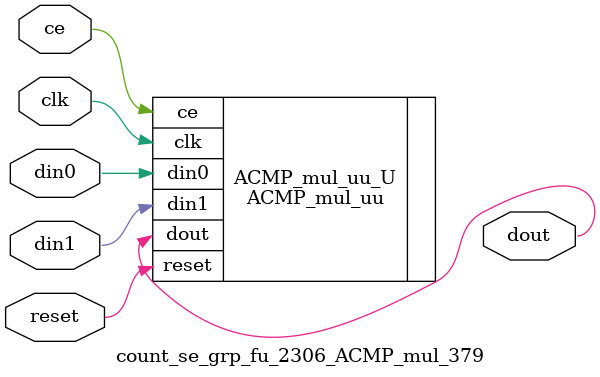
<source format=v>

`timescale 1 ns / 1 ps
module count_se_grp_fu_2306_ACMP_mul_379(
    clk,
    reset,
    ce,
    din0,
    din1,
    dout);

parameter ID = 32'd1;
parameter NUM_STAGE = 32'd1;
parameter din0_WIDTH = 32'd1;
parameter din1_WIDTH = 32'd1;
parameter dout_WIDTH = 32'd1;
input clk;
input reset;
input ce;
input[din0_WIDTH - 1:0] din0;
input[din1_WIDTH - 1:0] din1;
output[dout_WIDTH - 1:0] dout;



ACMP_mul_uu #(
.ID( ID ),
.NUM_STAGE( 3 ),
.din0_WIDTH( din0_WIDTH ),
.din1_WIDTH( din1_WIDTH ),
.dout_WIDTH( dout_WIDTH ))
ACMP_mul_uu_U(
    .clk( clk ),
    .reset( reset ),
    .ce( ce ),
    .din0( din0 ),
    .din1( din1 ),
    .dout( dout ));

endmodule

</source>
